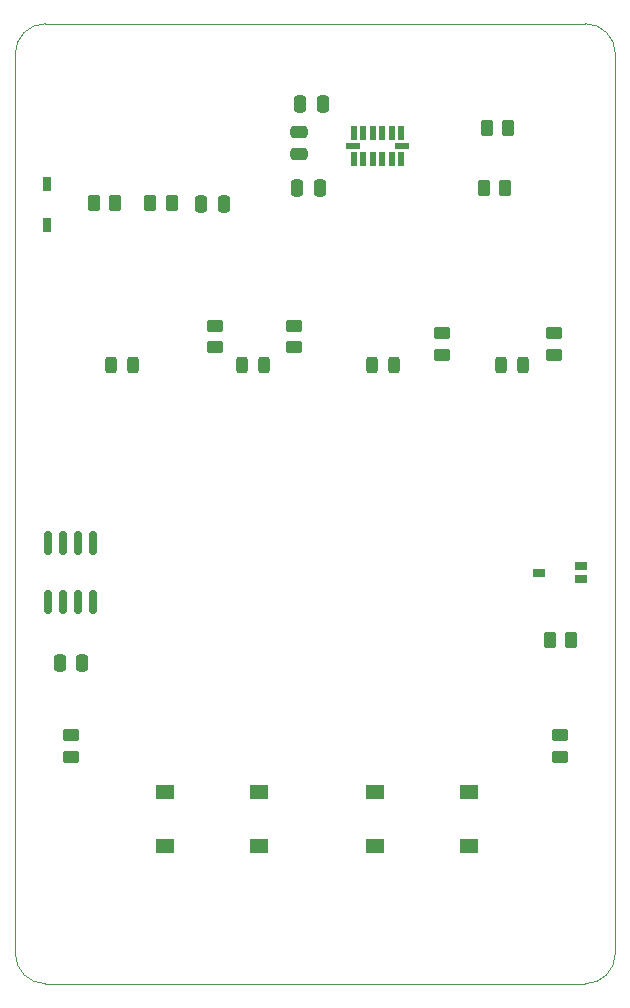
<source format=gtp>
%TF.GenerationSoftware,KiCad,Pcbnew,(6.0.0-0)*%
%TF.CreationDate,2022-02-15T20:26:29+01:00*%
%TF.ProjectId,burrboard,62757272-626f-4617-9264-2e6b69636164,v3.0*%
%TF.SameCoordinates,Original*%
%TF.FileFunction,Paste,Top*%
%TF.FilePolarity,Positive*%
%FSLAX46Y46*%
G04 Gerber Fmt 4.6, Leading zero omitted, Abs format (unit mm)*
G04 Created by KiCad (PCBNEW (6.0.0-0)) date 2022-02-15 20:26:29*
%MOMM*%
%LPD*%
G01*
G04 APERTURE LIST*
G04 Aperture macros list*
%AMRoundRect*
0 Rectangle with rounded corners*
0 $1 Rounding radius*
0 $2 $3 $4 $5 $6 $7 $8 $9 X,Y pos of 4 corners*
0 Add a 4 corners polygon primitive as box body*
4,1,4,$2,$3,$4,$5,$6,$7,$8,$9,$2,$3,0*
0 Add four circle primitives for the rounded corners*
1,1,$1+$1,$2,$3*
1,1,$1+$1,$4,$5*
1,1,$1+$1,$6,$7*
1,1,$1+$1,$8,$9*
0 Add four rect primitives between the rounded corners*
20,1,$1+$1,$2,$3,$4,$5,0*
20,1,$1+$1,$4,$5,$6,$7,0*
20,1,$1+$1,$6,$7,$8,$9,0*
20,1,$1+$1,$8,$9,$2,$3,0*%
G04 Aperture macros list end*
%TA.AperFunction,Profile*%
%ADD10C,0.050000*%
%TD*%
%ADD11R,1.550000X1.300000*%
%ADD12R,1.100000X0.800000*%
%ADD13RoundRect,0.243750X0.243750X0.456250X-0.243750X0.456250X-0.243750X-0.456250X0.243750X-0.456250X0*%
%ADD14RoundRect,0.250000X0.450000X-0.262500X0.450000X0.262500X-0.450000X0.262500X-0.450000X-0.262500X0*%
%ADD15RoundRect,0.250000X0.262500X0.450000X-0.262500X0.450000X-0.262500X-0.450000X0.262500X-0.450000X0*%
%ADD16RoundRect,0.250000X-0.450000X0.262500X-0.450000X-0.262500X0.450000X-0.262500X0.450000X0.262500X0*%
%ADD17RoundRect,0.150000X-0.150000X0.825000X-0.150000X-0.825000X0.150000X-0.825000X0.150000X0.825000X0*%
%ADD18RoundRect,0.250000X-0.250000X-0.475000X0.250000X-0.475000X0.250000X0.475000X-0.250000X0.475000X0*%
%ADD19RoundRect,0.250000X-0.262500X-0.450000X0.262500X-0.450000X0.262500X0.450000X-0.262500X0.450000X0*%
%ADD20R,0.800000X1.150000*%
%ADD21R,0.550000X1.145000*%
%ADD22R,1.145000X0.550000*%
%ADD23RoundRect,0.250000X0.475000X-0.250000X0.475000X0.250000X-0.475000X0.250000X-0.475000X-0.250000X0*%
%ADD24RoundRect,0.250000X0.250000X0.475000X-0.250000X0.475000X-0.250000X-0.475000X0.250000X-0.475000X0*%
G04 APERTURE END LIST*
D10*
X178892200Y-64566800D02*
X178892200Y-140766800D01*
X229692200Y-64566800D02*
G75*
G03*
X227152200Y-62026800I-2540001J-1D01*
G01*
X181432200Y-143306800D02*
X227152200Y-143306800D01*
X227152200Y-62026800D02*
X181432200Y-62026800D01*
X229692200Y-140766800D02*
X229692200Y-64566800D01*
X227152200Y-143306800D02*
G75*
G03*
X229692200Y-140766800I-1J2540001D01*
G01*
X178892200Y-140766800D02*
G75*
G03*
X181432200Y-143306800I2540001J1D01*
G01*
X181432200Y-62026800D02*
G75*
G03*
X178892200Y-64566800I1J-2540001D01*
G01*
D11*
%TO.C,S2*%
X209385000Y-127112200D03*
X217335000Y-127112200D03*
X209385000Y-131612200D03*
X217335000Y-131612200D03*
%TD*%
D12*
%TO.C,Q1*%
X226819000Y-107958800D03*
X226819000Y-109058800D03*
X223269000Y-108508800D03*
%TD*%
D11*
%TO.C,S1*%
X191605000Y-127112200D03*
X199555000Y-127112200D03*
X191605000Y-131612200D03*
X199555000Y-131612200D03*
%TD*%
D13*
%TO.C,D2*%
X199946500Y-90932000D03*
X198071500Y-90932000D03*
%TD*%
%TO.C,D4*%
X221917500Y-90932000D03*
X220042500Y-90932000D03*
%TD*%
D14*
%TO.C,R4*%
X183591200Y-124102500D03*
X183591200Y-122277500D03*
%TD*%
%TO.C,R8*%
X224536000Y-90066500D03*
X224536000Y-88241500D03*
%TD*%
%TO.C,R7*%
X202514200Y-89406100D03*
X202514200Y-87581100D03*
%TD*%
D15*
%TO.C,R1*%
X225956500Y-114180000D03*
X224131500Y-114180000D03*
%TD*%
D16*
%TO.C,R5*%
X225044000Y-122277500D03*
X225044000Y-124102500D03*
%TD*%
D17*
%TO.C,U1*%
X185496200Y-106033800D03*
X184226200Y-106033800D03*
X182956200Y-106033800D03*
X181686200Y-106033800D03*
X181686200Y-110983800D03*
X182956200Y-110983800D03*
X184226200Y-110983800D03*
X185496200Y-110983800D03*
%TD*%
D18*
%TO.C,C1*%
X182641200Y-116128800D03*
X184541200Y-116128800D03*
%TD*%
D14*
%TO.C,R6*%
X195757800Y-89431500D03*
X195757800Y-87606500D03*
%TD*%
D13*
%TO.C,D1*%
X188897500Y-90932000D03*
X187022500Y-90932000D03*
%TD*%
D14*
%TO.C,R2*%
X215036400Y-90066500D03*
X215036400Y-88241500D03*
%TD*%
D13*
%TO.C,D3*%
X210995500Y-90932000D03*
X209120500Y-90932000D03*
%TD*%
D19*
%TO.C,R9*%
X218797500Y-70866000D03*
X220622500Y-70866000D03*
%TD*%
D15*
%TO.C,R11*%
X192123700Y-77216000D03*
X190298700Y-77216000D03*
%TD*%
D20*
%TO.C,D5*%
X181560000Y-75570000D03*
X181560000Y-79070000D03*
%TD*%
D19*
%TO.C,R10*%
X185523500Y-77216000D03*
X187348500Y-77216000D03*
%TD*%
D18*
%TO.C,C5*%
X194630000Y-77260000D03*
X196530000Y-77260000D03*
%TD*%
D21*
%TO.C,U2*%
X211550000Y-71292500D03*
X210750000Y-71292500D03*
X209950000Y-71292500D03*
X209150000Y-71292500D03*
X208350000Y-71292500D03*
X207550000Y-71292500D03*
D22*
X207452500Y-72390000D03*
D21*
X207550000Y-73487500D03*
X208350000Y-73487500D03*
X209150000Y-73487500D03*
X209950000Y-73487500D03*
X210750000Y-73487500D03*
X211550000Y-73487500D03*
D22*
X211647500Y-72390000D03*
%TD*%
D23*
%TO.C,C2*%
X202946000Y-73086000D03*
X202946000Y-71186000D03*
%TD*%
D24*
%TO.C,C3*%
X204912000Y-68834000D03*
X203012000Y-68834000D03*
%TD*%
D19*
%TO.C,R3*%
X218543500Y-75946000D03*
X220368500Y-75946000D03*
%TD*%
D24*
%TO.C,C4*%
X204658000Y-75946000D03*
X202758000Y-75946000D03*
%TD*%
M02*

</source>
